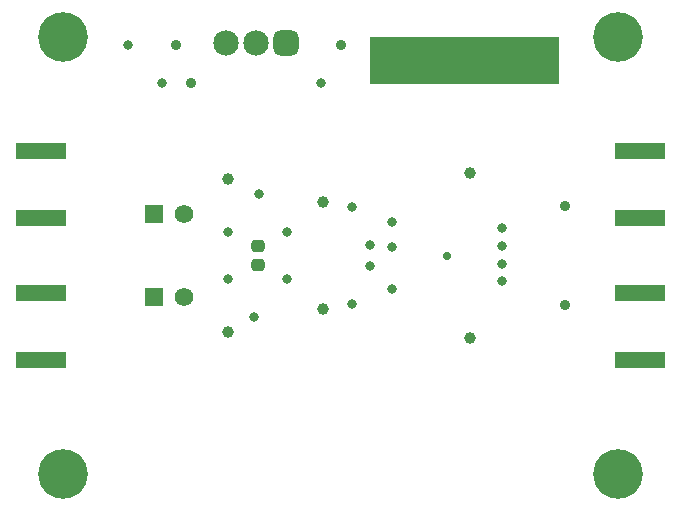
<source format=gbr>
%TF.GenerationSoftware,Altium Limited,Altium Designer,24.2.2 (26)*%
G04 Layer_Color=16711935*
%FSLAX45Y45*%
%MOMM*%
%TF.SameCoordinates,D2FE35CC-22CD-4169-9643-A2803306E4A1*%
%TF.FilePolarity,Negative*%
%TF.FileFunction,Soldermask,Bot*%
%TF.Part,Single*%
G01*
G75*
%TA.AperFunction,ConnectorPad*%
%ADD10R,4.20000X1.35000*%
%TA.AperFunction,ComponentPad*%
%ADD27R,1.57000X1.57000*%
%ADD28C,1.57000*%
%TA.AperFunction,SMDPad,CuDef*%
G04:AMPARAMS|DCode=41|XSize=1.1032mm|YSize=1.0532mm|CornerRadius=0.3141mm|HoleSize=0mm|Usage=FLASHONLY|Rotation=0.000|XOffset=0mm|YOffset=0mm|HoleType=Round|Shape=RoundedRectangle|*
%AMROUNDEDRECTD41*
21,1,1.10320,0.42500,0,0,0.0*
21,1,0.47500,1.05320,0,0,0.0*
1,1,0.62820,0.23750,-0.21250*
1,1,0.62820,-0.23750,-0.21250*
1,1,0.62820,-0.23750,0.21250*
1,1,0.62820,0.23750,0.21250*
%
%ADD41ROUNDEDRECTD41*%
%TA.AperFunction,ComponentPad*%
%ADD47C,2.15320*%
G04:AMPARAMS|DCode=48|XSize=2.1532mm|YSize=2.1532mm|CornerRadius=0.5891mm|HoleSize=0mm|Usage=FLASHONLY|Rotation=180.000|XOffset=0mm|YOffset=0mm|HoleType=Round|Shape=RoundedRectangle|*
%AMROUNDEDRECTD48*
21,1,2.15320,0.97500,0,0,180.0*
21,1,0.97500,2.15320,0,0,180.0*
1,1,1.17820,-0.48750,0.48750*
1,1,1.17820,0.48750,0.48750*
1,1,1.17820,0.48750,-0.48750*
1,1,1.17820,-0.48750,-0.48750*
%
%ADD48ROUNDEDRECTD48*%
%ADD49C,4.20320*%
%TA.AperFunction,ViaPad*%
%ADD50C,0.80320*%
%ADD51C,1.00320*%
%ADD52C,0.90320*%
%ADD53C,0.70320*%
G36*
X4600000Y3700000D02*
X3000000D01*
Y4100000D01*
X4600000D01*
Y3700000D01*
D02*
G37*
D10*
X216000Y1367500D02*
D03*
Y1932500D02*
D03*
X5284000D02*
D03*
Y1367500D02*
D03*
Y3132500D02*
D03*
Y2567500D02*
D03*
X216000D02*
D03*
Y3132500D02*
D03*
D27*
X1173000Y1900000D02*
D03*
Y2600000D02*
D03*
D28*
X1427000Y1900000D02*
D03*
Y2600000D02*
D03*
D41*
X2050000Y2172500D02*
D03*
Y2327500D02*
D03*
D47*
X1786000Y4050000D02*
D03*
X2040000D02*
D03*
D48*
X2294000D02*
D03*
D49*
X400000Y4100000D02*
D03*
X5100000D02*
D03*
Y400000D02*
D03*
X400000D02*
D03*
D50*
X2850000Y2660000D02*
D03*
X2020000Y1730000D02*
D03*
X950000Y4030000D02*
D03*
X1240000Y3710000D02*
D03*
X1800000Y2050000D02*
D03*
Y2450000D02*
D03*
X2060000Y2770000D02*
D03*
X2300000Y2050000D02*
D03*
Y2450000D02*
D03*
X2590000Y3710000D02*
D03*
X2850000Y1840000D02*
D03*
X3190000Y1970000D02*
D03*
X4120000Y2480000D02*
D03*
X3000000Y2160000D02*
D03*
Y2340000D02*
D03*
X3188286Y2323586D02*
D03*
X3190000Y2531900D02*
D03*
X4120000Y2330000D02*
D03*
Y2030000D02*
D03*
Y2180000D02*
D03*
D51*
X2600000Y1800000D02*
D03*
X1800000Y1600000D02*
D03*
X2600000Y2700000D02*
D03*
X1800000Y2900000D02*
D03*
X3850000Y1550000D02*
D03*
Y2950000D02*
D03*
D52*
X1360000Y4030000D02*
D03*
X1490000Y3710000D02*
D03*
X2760000Y4030000D02*
D03*
X4650000Y1830000D02*
D03*
Y2670000D02*
D03*
D53*
X3650000Y2250000D02*
D03*
%TF.MD5,82ffde7de2143dcb4ecf6b27906b9ede*%
M02*

</source>
